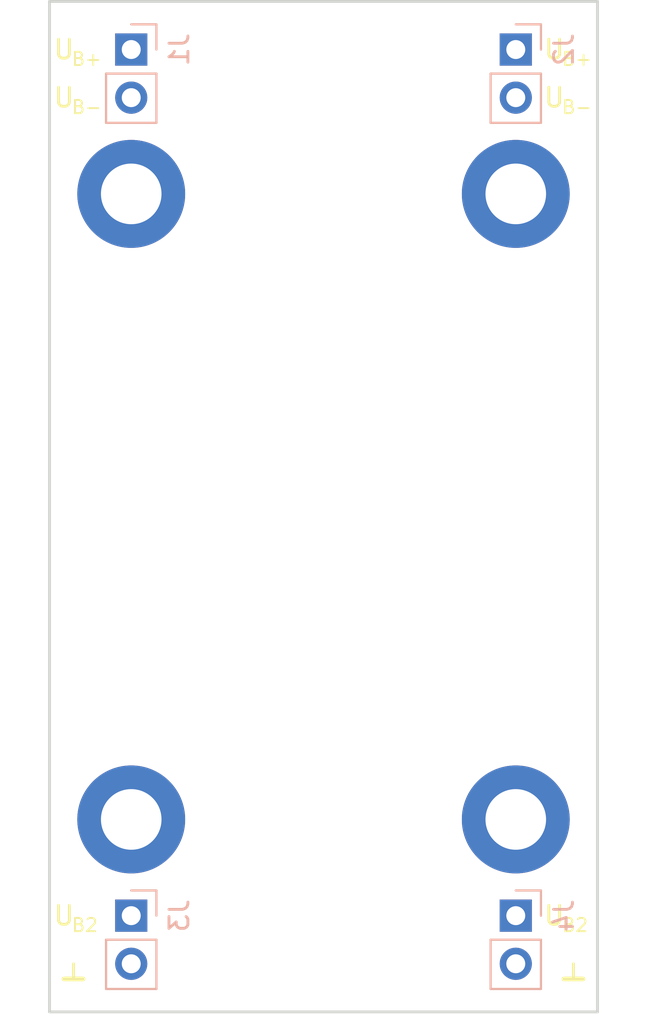
<source format=kicad_pcb>
(kicad_pcb (version 20171130) (host pcbnew "(5.1.0)-1")

  (general
    (thickness 1.6)
    (drawings 4)
    (tracks 0)
    (zones 0)
    (modules 16)
    (nets 5)
  )

  (page A4)
  (layers
    (0 F.Cu signal)
    (31 B.Cu signal)
    (32 B.Adhes user)
    (33 F.Adhes user)
    (34 B.Paste user)
    (35 F.Paste user)
    (36 B.SilkS user)
    (37 F.SilkS user)
    (38 B.Mask user)
    (39 F.Mask user)
    (40 Dwgs.User user)
    (41 Cmts.User user)
    (42 Eco1.User user)
    (43 Eco2.User user)
    (44 Edge.Cuts user)
    (45 Margin user)
    (46 B.CrtYd user)
    (47 F.CrtYd user)
    (48 B.Fab user)
    (49 F.Fab user)
  )

  (setup
    (last_trace_width 0.25)
    (trace_clearance 0.2)
    (zone_clearance 0.508)
    (zone_45_only no)
    (trace_min 0.2)
    (via_size 0.8)
    (via_drill 0.4)
    (via_min_size 0.4)
    (via_min_drill 0.3)
    (uvia_size 0.3)
    (uvia_drill 0.1)
    (uvias_allowed no)
    (uvia_min_size 0.2)
    (uvia_min_drill 0.1)
    (edge_width 0.15)
    (segment_width 0.2)
    (pcb_text_width 0.3)
    (pcb_text_size 1.5 1.5)
    (mod_edge_width 0.15)
    (mod_text_size 1 1)
    (mod_text_width 0.15)
    (pad_size 1.524 1.524)
    (pad_drill 0.762)
    (pad_to_mask_clearance 0.051)
    (solder_mask_min_width 0.25)
    (aux_axis_origin 0 0)
    (visible_elements 7FFFFFFF)
    (pcbplotparams
      (layerselection 0x010fc_ffffffff)
      (usegerberextensions false)
      (usegerberattributes false)
      (usegerberadvancedattributes false)
      (creategerberjobfile false)
      (excludeedgelayer true)
      (linewidth 0.100000)
      (plotframeref false)
      (viasonmask false)
      (mode 1)
      (useauxorigin false)
      (hpglpennumber 1)
      (hpglpenspeed 20)
      (hpglpendiameter 15.000000)
      (psnegative false)
      (psa4output false)
      (plotreference true)
      (plotvalue true)
      (plotinvisibletext false)
      (padsonsilk false)
      (subtractmaskfromsilk false)
      (outputformat 1)
      (mirror false)
      (drillshape 1)
      (scaleselection 1)
      (outputdirectory ""))
  )

  (net 0 "")
  (net 1 -15V)
  (net 2 +15V)
  (net 3 GND)
  (net 4 +5V)

  (net_class Default "Dies ist die voreingestellte Netzklasse."
    (clearance 0.2)
    (trace_width 0.25)
    (via_dia 0.8)
    (via_drill 0.4)
    (uvia_dia 0.3)
    (uvia_drill 0.1)
    (add_net +15V)
    (add_net +5V)
    (add_net -15V)
    (add_net GND)
  )

  (module Connector_PinHeader_2.54mm:PinHeader_1x02_P2.54mm_Vertical locked (layer B.Cu) (tedit 5C754175) (tstamp 5C8155FE)
    (at 78.74 91.44 180)
    (descr "Through hole straight pin header, 1x02, 2.54mm pitch, single row")
    (tags "Through hole pin header THT 1x02 2.54mm single row")
    (path /5C753BE3)
    (fp_text reference J1 (at -2.54 0 270) (layer B.SilkS)
      (effects (font (size 1 1) (thickness 0.15)) (justify mirror))
    )
    (fp_text value Conn_01x02_Male (at 0 -4.87 180) (layer B.Fab)
      (effects (font (size 1 1) (thickness 0.15)) (justify mirror))
    )
    (fp_text user %R (at 0 -1.27 90) (layer B.Fab)
      (effects (font (size 1 1) (thickness 0.15)) (justify mirror))
    )
    (fp_line (start 1.8 1.8) (end -1.8 1.8) (layer B.CrtYd) (width 0.05))
    (fp_line (start 1.8 -4.35) (end 1.8 1.8) (layer B.CrtYd) (width 0.05))
    (fp_line (start -1.8 -4.35) (end 1.8 -4.35) (layer B.CrtYd) (width 0.05))
    (fp_line (start -1.8 1.8) (end -1.8 -4.35) (layer B.CrtYd) (width 0.05))
    (fp_line (start -1.33 1.33) (end 0 1.33) (layer B.SilkS) (width 0.12))
    (fp_line (start -1.33 0) (end -1.33 1.33) (layer B.SilkS) (width 0.12))
    (fp_line (start -1.33 -1.27) (end 1.33 -1.27) (layer B.SilkS) (width 0.12))
    (fp_line (start 1.33 -1.27) (end 1.33 -3.87) (layer B.SilkS) (width 0.12))
    (fp_line (start -1.33 -1.27) (end -1.33 -3.87) (layer B.SilkS) (width 0.12))
    (fp_line (start -1.33 -3.87) (end 1.33 -3.87) (layer B.SilkS) (width 0.12))
    (fp_line (start -1.27 0.635) (end -0.635 1.27) (layer B.Fab) (width 0.1))
    (fp_line (start -1.27 -3.81) (end -1.27 0.635) (layer B.Fab) (width 0.1))
    (fp_line (start 1.27 -3.81) (end -1.27 -3.81) (layer B.Fab) (width 0.1))
    (fp_line (start 1.27 1.27) (end 1.27 -3.81) (layer B.Fab) (width 0.1))
    (fp_line (start -0.635 1.27) (end 1.27 1.27) (layer B.Fab) (width 0.1))
    (pad 2 thru_hole oval (at 0 -2.54 180) (size 1.7 1.7) (drill 1) (layers *.Cu *.Mask)
      (net 1 -15V))
    (pad 1 thru_hole rect (at 0 0 180) (size 1.7 1.7) (drill 1) (layers *.Cu *.Mask)
      (net 2 +15V))
    (model ${KISYS3DMOD}/Connector_PinHeader_2.54mm.3dshapes/PinHeader_1x02_P2.54mm_Vertical.wrl
      (at (xyz 0 0 0))
      (scale (xyz 1 1 1))
      (rotate (xyz 0 0 0))
    )
  )

  (module Connector_PinHeader_2.54mm:PinHeader_1x02_P2.54mm_Vertical locked (layer B.Cu) (tedit 59FED5CC) (tstamp 5C81530B)
    (at 99.06 91.44 180)
    (descr "Through hole straight pin header, 1x02, 2.54mm pitch, single row")
    (tags "Through hole pin header THT 1x02 2.54mm single row")
    (path /5C753A3D)
    (fp_text reference J2 (at -2.54 0 270) (layer B.SilkS)
      (effects (font (size 1 1) (thickness 0.15)) (justify mirror))
    )
    (fp_text value Conn_01x02_Male (at 0 -4.87 180) (layer B.Fab)
      (effects (font (size 1 1) (thickness 0.15)) (justify mirror))
    )
    (fp_line (start -0.635 1.27) (end 1.27 1.27) (layer B.Fab) (width 0.1))
    (fp_line (start 1.27 1.27) (end 1.27 -3.81) (layer B.Fab) (width 0.1))
    (fp_line (start 1.27 -3.81) (end -1.27 -3.81) (layer B.Fab) (width 0.1))
    (fp_line (start -1.27 -3.81) (end -1.27 0.635) (layer B.Fab) (width 0.1))
    (fp_line (start -1.27 0.635) (end -0.635 1.27) (layer B.Fab) (width 0.1))
    (fp_line (start -1.33 -3.87) (end 1.33 -3.87) (layer B.SilkS) (width 0.12))
    (fp_line (start -1.33 -1.27) (end -1.33 -3.87) (layer B.SilkS) (width 0.12))
    (fp_line (start 1.33 -1.27) (end 1.33 -3.87) (layer B.SilkS) (width 0.12))
    (fp_line (start -1.33 -1.27) (end 1.33 -1.27) (layer B.SilkS) (width 0.12))
    (fp_line (start -1.33 0) (end -1.33 1.33) (layer B.SilkS) (width 0.12))
    (fp_line (start -1.33 1.33) (end 0 1.33) (layer B.SilkS) (width 0.12))
    (fp_line (start -1.8 1.8) (end -1.8 -4.35) (layer B.CrtYd) (width 0.05))
    (fp_line (start -1.8 -4.35) (end 1.8 -4.35) (layer B.CrtYd) (width 0.05))
    (fp_line (start 1.8 -4.35) (end 1.8 1.8) (layer B.CrtYd) (width 0.05))
    (fp_line (start 1.8 1.8) (end -1.8 1.8) (layer B.CrtYd) (width 0.05))
    (fp_text user %R (at 0 -1.27 90) (layer B.Fab)
      (effects (font (size 1 1) (thickness 0.15)) (justify mirror))
    )
    (pad 1 thru_hole rect (at 0 0 180) (size 1.7 1.7) (drill 1) (layers *.Cu *.Mask)
      (net 2 +15V))
    (pad 2 thru_hole oval (at 0 -2.54 180) (size 1.7 1.7) (drill 1) (layers *.Cu *.Mask)
      (net 1 -15V))
    (model ${KISYS3DMOD}/Connector_PinHeader_2.54mm.3dshapes/PinHeader_1x02_P2.54mm_Vertical.wrl
      (at (xyz 0 0 0))
      (scale (xyz 1 1 1))
      (rotate (xyz 0 0 0))
    )
  )

  (module Connector_PinHeader_2.54mm:PinHeader_1x02_P2.54mm_Vertical locked (layer B.Cu) (tedit 59FED5CC) (tstamp 5C8157B0)
    (at 78.74 137.16 180)
    (descr "Through hole straight pin header, 1x02, 2.54mm pitch, single row")
    (tags "Through hole pin header THT 1x02 2.54mm single row")
    (path /5C753C9E)
    (fp_text reference J3 (at -2.54 0 270) (layer B.SilkS)
      (effects (font (size 1 1) (thickness 0.15)) (justify mirror))
    )
    (fp_text value Conn_01x02_Male (at 0 -4.87 180) (layer B.Fab)
      (effects (font (size 1 1) (thickness 0.15)) (justify mirror))
    )
    (fp_text user %R (at 0 -1.27 90) (layer B.Fab)
      (effects (font (size 1 1) (thickness 0.15)) (justify mirror))
    )
    (fp_line (start 1.8 1.8) (end -1.8 1.8) (layer B.CrtYd) (width 0.05))
    (fp_line (start 1.8 -4.35) (end 1.8 1.8) (layer B.CrtYd) (width 0.05))
    (fp_line (start -1.8 -4.35) (end 1.8 -4.35) (layer B.CrtYd) (width 0.05))
    (fp_line (start -1.8 1.8) (end -1.8 -4.35) (layer B.CrtYd) (width 0.05))
    (fp_line (start -1.33 1.33) (end 0 1.33) (layer B.SilkS) (width 0.12))
    (fp_line (start -1.33 0) (end -1.33 1.33) (layer B.SilkS) (width 0.12))
    (fp_line (start -1.33 -1.27) (end 1.33 -1.27) (layer B.SilkS) (width 0.12))
    (fp_line (start 1.33 -1.27) (end 1.33 -3.87) (layer B.SilkS) (width 0.12))
    (fp_line (start -1.33 -1.27) (end -1.33 -3.87) (layer B.SilkS) (width 0.12))
    (fp_line (start -1.33 -3.87) (end 1.33 -3.87) (layer B.SilkS) (width 0.12))
    (fp_line (start -1.27 0.635) (end -0.635 1.27) (layer B.Fab) (width 0.1))
    (fp_line (start -1.27 -3.81) (end -1.27 0.635) (layer B.Fab) (width 0.1))
    (fp_line (start 1.27 -3.81) (end -1.27 -3.81) (layer B.Fab) (width 0.1))
    (fp_line (start 1.27 1.27) (end 1.27 -3.81) (layer B.Fab) (width 0.1))
    (fp_line (start -0.635 1.27) (end 1.27 1.27) (layer B.Fab) (width 0.1))
    (pad 2 thru_hole oval (at 0 -2.54 180) (size 1.7 1.7) (drill 1) (layers *.Cu *.Mask)
      (net 3 GND))
    (pad 1 thru_hole rect (at 0 0 180) (size 1.7 1.7) (drill 1) (layers *.Cu *.Mask)
      (net 4 +5V))
    (model ${KISYS3DMOD}/Connector_PinHeader_2.54mm.3dshapes/PinHeader_1x02_P2.54mm_Vertical.wrl
      (at (xyz 0 0 0))
      (scale (xyz 1 1 1))
      (rotate (xyz 0 0 0))
    )
  )

  (module Connector_PinHeader_2.54mm:PinHeader_1x02_P2.54mm_Vertical locked (layer B.Cu) (tedit 59FED5CC) (tstamp 5C815337)
    (at 99.06 137.16 180)
    (descr "Through hole straight pin header, 1x02, 2.54mm pitch, single row")
    (tags "Through hole pin header THT 1x02 2.54mm single row")
    (path /5C753D1D)
    (fp_text reference J4 (at -2.54 0 270) (layer B.SilkS)
      (effects (font (size 1 1) (thickness 0.15)) (justify mirror))
    )
    (fp_text value Conn_01x02_Male (at 0 -4.87 180) (layer B.Fab)
      (effects (font (size 1 1) (thickness 0.15)) (justify mirror))
    )
    (fp_line (start -0.635 1.27) (end 1.27 1.27) (layer B.Fab) (width 0.1))
    (fp_line (start 1.27 1.27) (end 1.27 -3.81) (layer B.Fab) (width 0.1))
    (fp_line (start 1.27 -3.81) (end -1.27 -3.81) (layer B.Fab) (width 0.1))
    (fp_line (start -1.27 -3.81) (end -1.27 0.635) (layer B.Fab) (width 0.1))
    (fp_line (start -1.27 0.635) (end -0.635 1.27) (layer B.Fab) (width 0.1))
    (fp_line (start -1.33 -3.87) (end 1.33 -3.87) (layer B.SilkS) (width 0.12))
    (fp_line (start -1.33 -1.27) (end -1.33 -3.87) (layer B.SilkS) (width 0.12))
    (fp_line (start 1.33 -1.27) (end 1.33 -3.87) (layer B.SilkS) (width 0.12))
    (fp_line (start -1.33 -1.27) (end 1.33 -1.27) (layer B.SilkS) (width 0.12))
    (fp_line (start -1.33 0) (end -1.33 1.33) (layer B.SilkS) (width 0.12))
    (fp_line (start -1.33 1.33) (end 0 1.33) (layer B.SilkS) (width 0.12))
    (fp_line (start -1.8 1.8) (end -1.8 -4.35) (layer B.CrtYd) (width 0.05))
    (fp_line (start -1.8 -4.35) (end 1.8 -4.35) (layer B.CrtYd) (width 0.05))
    (fp_line (start 1.8 -4.35) (end 1.8 1.8) (layer B.CrtYd) (width 0.05))
    (fp_line (start 1.8 1.8) (end -1.8 1.8) (layer B.CrtYd) (width 0.05))
    (fp_text user %R (at 0 -1.27 90) (layer B.Fab)
      (effects (font (size 1 1) (thickness 0.15)) (justify mirror))
    )
    (pad 1 thru_hole rect (at 0 0 180) (size 1.7 1.7) (drill 1) (layers *.Cu *.Mask)
      (net 4 +5V))
    (pad 2 thru_hole oval (at 0 -2.54 180) (size 1.7 1.7) (drill 1) (layers *.Cu *.Mask)
      (net 3 GND))
    (model ${KISYS3DMOD}/Connector_PinHeader_2.54mm.3dshapes/PinHeader_1x02_P2.54mm_Vertical.wrl
      (at (xyz 0 0 0))
      (scale (xyz 1 1 1))
      (rotate (xyz 0 0 0))
    )
  )

  (module Symbol-bee:Text_U_B+_Silkscreen (layer F.Cu) (tedit 5CA4D6E4) (tstamp 5CC710AE)
    (at 75.184 91.44)
    (descr "Voltage Label Betriebsspannung")
    (tags "Voltage Label Betriebsspannung")
    (path /5CC7323E)
    (attr virtual)
    (fp_text reference H1 (at 0 1.65) (layer F.SilkS) hide
      (effects (font (size 1 1) (thickness 0.15)))
    )
    (fp_text value Silkscreen_Label (at 0 -1.5) (layer F.Fab) hide
      (effects (font (size 1 1) (thickness 0.15)))
    )
    (fp_text user B+ (at 1.2 0.5) (layer F.SilkS)
      (effects (font (size 0.7 0.7) (thickness 0.1)))
    )
    (fp_text user U (at 0 0) (layer F.SilkS)
      (effects (font (size 1 1) (thickness 0.15)))
    )
  )

  (module Symbol-bee:Text_U_B+_Silkscreen (layer F.Cu) (tedit 5CA4D6E4) (tstamp 5CC71023)
    (at 101.092 91.44)
    (descr "Voltage Label Betriebsspannung")
    (tags "Voltage Label Betriebsspannung")
    (path /5CC72FEF)
    (attr virtual)
    (fp_text reference H2 (at 0 1.65) (layer F.SilkS) hide
      (effects (font (size 1 1) (thickness 0.15)))
    )
    (fp_text value Silkscreen_Label (at 0 -1.5) (layer F.Fab) hide
      (effects (font (size 1 1) (thickness 0.15)))
    )
    (fp_text user U (at 0 0) (layer F.SilkS)
      (effects (font (size 1 1) (thickness 0.15)))
    )
    (fp_text user B+ (at 1.2 0.5) (layer F.SilkS)
      (effects (font (size 0.7 0.7) (thickness 0.1)))
    )
  )

  (module Symbol-bee:Text_U_B-_Silkscreen (layer F.Cu) (tedit 5CA4D70B) (tstamp 5CC71029)
    (at 75.184 93.98)
    (descr "Voltage Label Betriebsspannung")
    (tags "Voltage Label Betriebsspannung")
    (path /5CC72C74)
    (attr virtual)
    (fp_text reference H3 (at 0 1.65) (layer F.SilkS) hide
      (effects (font (size 1 1) (thickness 0.15)))
    )
    (fp_text value Silkscreen_Label (at 0 -1.5) (layer F.Fab) hide
      (effects (font (size 1 1) (thickness 0.15)))
    )
    (fp_text user B- (at 1.2 0.5) (layer F.SilkS)
      (effects (font (size 0.7 0.7) (thickness 0.1)))
    )
    (fp_text user U (at 0 0) (layer F.SilkS)
      (effects (font (size 1 1) (thickness 0.15)))
    )
  )

  (module Symbol-bee:Text_U_B-_Silkscreen (layer F.Cu) (tedit 5CA4D70B) (tstamp 5CC7102F)
    (at 101.092 93.98)
    (descr "Voltage Label Betriebsspannung")
    (tags "Voltage Label Betriebsspannung")
    (path /5CC7107F)
    (attr virtual)
    (fp_text reference H4 (at 0 1.65) (layer F.SilkS) hide
      (effects (font (size 1 1) (thickness 0.15)))
    )
    (fp_text value Silkscreen_Label (at 0 -1.5) (layer F.Fab) hide
      (effects (font (size 1 1) (thickness 0.15)))
    )
    (fp_text user U (at 0 0) (layer F.SilkS)
      (effects (font (size 1 1) (thickness 0.15)))
    )
    (fp_text user B- (at 1.2 0.5) (layer F.SilkS)
      (effects (font (size 0.7 0.7) (thickness 0.1)))
    )
  )

  (module Symbol-bee:Text_U_B2_Silkscreen (layer F.Cu) (tedit 5CA4D7AD) (tstamp 5CC71035)
    (at 75.184 137.16)
    (descr "Voltage Label Betriebsspannung")
    (tags "Voltage Label Betriebsspannung")
    (path /5CC7350D)
    (attr virtual)
    (fp_text reference H5 (at 0 1.65) (layer F.SilkS) hide
      (effects (font (size 1 1) (thickness 0.15)))
    )
    (fp_text value Silkscreen_Label (at 0 -1.5) (layer F.Fab) hide
      (effects (font (size 1 1) (thickness 0.15)))
    )
    (fp_text user U (at 0 0) (layer F.SilkS)
      (effects (font (size 1 1) (thickness 0.15)))
    )
    (fp_text user B2 (at 1.1 0.5) (layer F.SilkS)
      (effects (font (size 0.7 0.7) (thickness 0.1)))
    )
  )

  (module Symbol-bee:Text_U_B2_Silkscreen (layer F.Cu) (tedit 5CA4D7AD) (tstamp 5CC7103B)
    (at 101.092 137.16)
    (descr "Voltage Label Betriebsspannung")
    (tags "Voltage Label Betriebsspannung")
    (path /5CC73D6A)
    (attr virtual)
    (fp_text reference H6 (at 0 1.65) (layer F.SilkS) hide
      (effects (font (size 1 1) (thickness 0.15)))
    )
    (fp_text value Silkscreen_Label (at 0 -1.5) (layer F.Fab) hide
      (effects (font (size 1 1) (thickness 0.15)))
    )
    (fp_text user B2 (at 1.1 0.5) (layer F.SilkS)
      (effects (font (size 0.7 0.7) (thickness 0.1)))
    )
    (fp_text user U (at 0 0) (layer F.SilkS)
      (effects (font (size 1 1) (thickness 0.15)))
    )
  )

  (module Symbol-bee:Symbol_GND_Silkscreen (layer F.Cu) (tedit 5CA5EB6D) (tstamp 5CC71041)
    (at 75.692 139.7)
    (descr "Symbol GND")
    (tags "Symbol GND")
    (path /5CC740AE)
    (attr virtual)
    (fp_text reference H7 (at 0 1.6) (layer F.SilkS) hide
      (effects (font (size 1 1) (thickness 0.15)))
    )
    (fp_text value Silkscreen_Label (at 0 -0.75) (layer F.Fab) hide
      (effects (font (size 1 1) (thickness 0.15)))
    )
    (fp_line (start -0.5 0.8) (end 0.5 0.8) (layer F.SilkS) (width 0.25))
    (fp_line (start 0 0.8) (end 0 0) (layer F.SilkS) (width 0.15))
  )

  (module Symbol-bee:Symbol_GND_Silkscreen (layer F.Cu) (tedit 5CA5EB6D) (tstamp 5CC71047)
    (at 102.108 139.7)
    (descr "Symbol GND")
    (tags "Symbol GND")
    (path /5CC742F3)
    (attr virtual)
    (fp_text reference H8 (at 0 1.6) (layer F.SilkS) hide
      (effects (font (size 1 1) (thickness 0.15)))
    )
    (fp_text value Silkscreen_Label (at 0 -0.75) (layer F.Fab) hide
      (effects (font (size 1 1) (thickness 0.15)))
    )
    (fp_line (start 0 0.8) (end 0 0) (layer F.SilkS) (width 0.15))
    (fp_line (start -0.5 0.8) (end 0.5 0.8) (layer F.SilkS) (width 0.25))
  )

  (module MountingHole:MountingHole_3.2mm_M3_ISO7380_Pad locked (layer F.Cu) (tedit 56D1B4CB) (tstamp 5CC712AF)
    (at 78.74 99.06)
    (descr "Mounting Hole 3.2mm, M3, ISO7380")
    (tags "mounting hole 3.2mm m3 iso7380")
    (path /5CC7FAE4)
    (attr virtual)
    (fp_text reference H9 (at 0 -3.85) (layer F.SilkS) hide
      (effects (font (size 1 1) (thickness 0.15)))
    )
    (fp_text value MountingHole_Pad (at 0 3.85) (layer F.Fab)
      (effects (font (size 1 1) (thickness 0.15)))
    )
    (fp_text user %R (at 0.3 0) (layer F.Fab)
      (effects (font (size 1 1) (thickness 0.15)))
    )
    (fp_circle (center 0 0) (end 2.85 0) (layer Cmts.User) (width 0.15))
    (fp_circle (center 0 0) (end 3.1 0) (layer F.CrtYd) (width 0.05))
    (pad 1 thru_hole circle (at 0 0) (size 5.7 5.7) (drill 3.2) (layers *.Cu *.Mask)
      (net 3 GND))
  )

  (module MountingHole:MountingHole_3.2mm_M3_ISO7380_Pad locked (layer F.Cu) (tedit 56D1B4CB) (tstamp 5CC712B7)
    (at 78.74 132.08)
    (descr "Mounting Hole 3.2mm, M3, ISO7380")
    (tags "mounting hole 3.2mm m3 iso7380")
    (path /5CC7D33F)
    (attr virtual)
    (fp_text reference H10 (at 0 -3.85) (layer F.SilkS) hide
      (effects (font (size 1 1) (thickness 0.15)))
    )
    (fp_text value MountingHole_Pad (at 0 3.85) (layer F.Fab)
      (effects (font (size 1 1) (thickness 0.15)))
    )
    (fp_text user %R (at 0.3 0) (layer F.Fab)
      (effects (font (size 1 1) (thickness 0.15)))
    )
    (fp_circle (center 0 0) (end 2.85 0) (layer Cmts.User) (width 0.15))
    (fp_circle (center 0 0) (end 3.1 0) (layer F.CrtYd) (width 0.05))
    (pad 1 thru_hole circle (at 0 0) (size 5.7 5.7) (drill 3.2) (layers *.Cu *.Mask)
      (net 3 GND))
  )

  (module MountingHole:MountingHole_3.2mm_M3_ISO7380_Pad locked (layer F.Cu) (tedit 56D1B4CB) (tstamp 5CC712BF)
    (at 99.06 99.06)
    (descr "Mounting Hole 3.2mm, M3, ISO7380")
    (tags "mounting hole 3.2mm m3 iso7380")
    (path /5CC7FAF8)
    (attr virtual)
    (fp_text reference H11 (at 0 -3.85) (layer F.SilkS) hide
      (effects (font (size 1 1) (thickness 0.15)))
    )
    (fp_text value MountingHole_Pad (at 0 3.85) (layer F.Fab)
      (effects (font (size 1 1) (thickness 0.15)))
    )
    (fp_circle (center 0 0) (end 3.1 0) (layer F.CrtYd) (width 0.05))
    (fp_circle (center 0 0) (end 2.85 0) (layer Cmts.User) (width 0.15))
    (fp_text user %R (at 0.3 0) (layer F.Fab)
      (effects (font (size 1 1) (thickness 0.15)))
    )
    (pad 1 thru_hole circle (at 0 0) (size 5.7 5.7) (drill 3.2) (layers *.Cu *.Mask)
      (net 3 GND))
  )

  (module MountingHole:MountingHole_3.2mm_M3_ISO7380_Pad locked (layer F.Cu) (tedit 56D1B4CB) (tstamp 5CC712C7)
    (at 99.06 132.08)
    (descr "Mounting Hole 3.2mm, M3, ISO7380")
    (tags "mounting hole 3.2mm m3 iso7380")
    (path /5CC7EE06)
    (attr virtual)
    (fp_text reference H12 (at 0 -3.85) (layer F.SilkS) hide
      (effects (font (size 1 1) (thickness 0.15)))
    )
    (fp_text value MountingHole_Pad (at 0 3.85) (layer F.Fab)
      (effects (font (size 1 1) (thickness 0.15)))
    )
    (fp_circle (center 0 0) (end 3.1 0) (layer F.CrtYd) (width 0.05))
    (fp_circle (center 0 0) (end 2.85 0) (layer Cmts.User) (width 0.15))
    (fp_text user %R (at 0.3 0) (layer F.Fab)
      (effects (font (size 1 1) (thickness 0.15)))
    )
    (pad 1 thru_hole circle (at 0 0) (size 5.7 5.7) (drill 3.2) (layers *.Cu *.Mask)
      (net 3 GND))
  )

  (gr_line (start 103.378 88.9) (end 103.378 142.24) (layer Edge.Cuts) (width 0.15) (tstamp 5C815404))
  (gr_line (start 74.422 142.24) (end 103.378 142.24) (layer Edge.Cuts) (width 0.15) (tstamp 5C815401))
  (gr_line (start 74.422 88.9) (end 103.378 88.9) (layer Edge.Cuts) (width 0.15))
  (gr_line (start 74.422 88.9) (end 74.422 142.24) (layer Edge.Cuts) (width 0.15))

)

</source>
